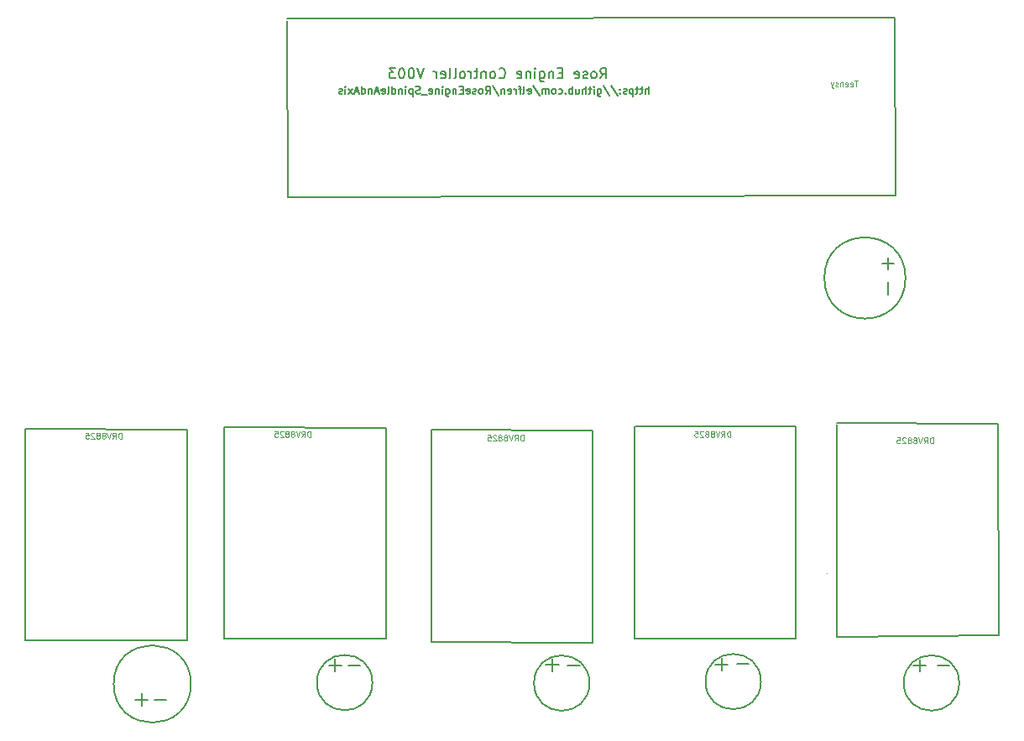
<source format=gbo>
G04 #@! TF.GenerationSoftware,KiCad,Pcbnew,(5.1.10)-1*
G04 #@! TF.CreationDate,2022-05-29T18:24:22-07:00*
G04 #@! TF.ProjectId,5Rose_030_Blue,35526f73-655f-4303-9330-5f426c75652e,rev?*
G04 #@! TF.SameCoordinates,Original*
G04 #@! TF.FileFunction,Legend,Bot*
G04 #@! TF.FilePolarity,Positive*
%FSLAX46Y46*%
G04 Gerber Fmt 4.6, Leading zero omitted, Abs format (unit mm)*
G04 Created by KiCad (PCBNEW (5.1.10)-1) date 2022-05-29 18:24:23*
%MOMM*%
%LPD*%
G01*
G04 APERTURE LIST*
%ADD10C,0.203200*%
%ADD11C,0.152400*%
%ADD12C,0.101600*%
%ADD13C,0.150000*%
%ADD14C,0.190500*%
G04 APERTURE END LIST*
D10*
X172787733Y-104612319D02*
X173126400Y-104128509D01*
X173368304Y-104612319D02*
X173368304Y-103596319D01*
X172981257Y-103596319D01*
X172884495Y-103644700D01*
X172836114Y-103693080D01*
X172787733Y-103789842D01*
X172787733Y-103934985D01*
X172836114Y-104031747D01*
X172884495Y-104080128D01*
X172981257Y-104128509D01*
X173368304Y-104128509D01*
X172207161Y-104612319D02*
X172303923Y-104563938D01*
X172352304Y-104515557D01*
X172400685Y-104418795D01*
X172400685Y-104128509D01*
X172352304Y-104031747D01*
X172303923Y-103983366D01*
X172207161Y-103934985D01*
X172062019Y-103934985D01*
X171965257Y-103983366D01*
X171916876Y-104031747D01*
X171868495Y-104128509D01*
X171868495Y-104418795D01*
X171916876Y-104515557D01*
X171965257Y-104563938D01*
X172062019Y-104612319D01*
X172207161Y-104612319D01*
X171481447Y-104563938D02*
X171384685Y-104612319D01*
X171191161Y-104612319D01*
X171094400Y-104563938D01*
X171046019Y-104467176D01*
X171046019Y-104418795D01*
X171094400Y-104322033D01*
X171191161Y-104273652D01*
X171336304Y-104273652D01*
X171433066Y-104225271D01*
X171481447Y-104128509D01*
X171481447Y-104080128D01*
X171433066Y-103983366D01*
X171336304Y-103934985D01*
X171191161Y-103934985D01*
X171094400Y-103983366D01*
X170223542Y-104563938D02*
X170320304Y-104612319D01*
X170513828Y-104612319D01*
X170610590Y-104563938D01*
X170658971Y-104467176D01*
X170658971Y-104080128D01*
X170610590Y-103983366D01*
X170513828Y-103934985D01*
X170320304Y-103934985D01*
X170223542Y-103983366D01*
X170175161Y-104080128D01*
X170175161Y-104176890D01*
X170658971Y-104273652D01*
X168965638Y-104080128D02*
X168626971Y-104080128D01*
X168481828Y-104612319D02*
X168965638Y-104612319D01*
X168965638Y-103596319D01*
X168481828Y-103596319D01*
X168046400Y-103934985D02*
X168046400Y-104612319D01*
X168046400Y-104031747D02*
X167998019Y-103983366D01*
X167901257Y-103934985D01*
X167756114Y-103934985D01*
X167659352Y-103983366D01*
X167610971Y-104080128D01*
X167610971Y-104612319D01*
X166691733Y-103934985D02*
X166691733Y-104757461D01*
X166740114Y-104854223D01*
X166788495Y-104902604D01*
X166885257Y-104950985D01*
X167030400Y-104950985D01*
X167127161Y-104902604D01*
X166691733Y-104563938D02*
X166788495Y-104612319D01*
X166982019Y-104612319D01*
X167078780Y-104563938D01*
X167127161Y-104515557D01*
X167175542Y-104418795D01*
X167175542Y-104128509D01*
X167127161Y-104031747D01*
X167078780Y-103983366D01*
X166982019Y-103934985D01*
X166788495Y-103934985D01*
X166691733Y-103983366D01*
X166207923Y-104612319D02*
X166207923Y-103934985D01*
X166207923Y-103596319D02*
X166256304Y-103644700D01*
X166207923Y-103693080D01*
X166159542Y-103644700D01*
X166207923Y-103596319D01*
X166207923Y-103693080D01*
X165724114Y-103934985D02*
X165724114Y-104612319D01*
X165724114Y-104031747D02*
X165675733Y-103983366D01*
X165578971Y-103934985D01*
X165433828Y-103934985D01*
X165337066Y-103983366D01*
X165288685Y-104080128D01*
X165288685Y-104612319D01*
X164417828Y-104563938D02*
X164514590Y-104612319D01*
X164708114Y-104612319D01*
X164804876Y-104563938D01*
X164853257Y-104467176D01*
X164853257Y-104080128D01*
X164804876Y-103983366D01*
X164708114Y-103934985D01*
X164514590Y-103934985D01*
X164417828Y-103983366D01*
X164369447Y-104080128D01*
X164369447Y-104176890D01*
X164853257Y-104273652D01*
X162579352Y-104515557D02*
X162627733Y-104563938D01*
X162772876Y-104612319D01*
X162869638Y-104612319D01*
X163014780Y-104563938D01*
X163111542Y-104467176D01*
X163159923Y-104370414D01*
X163208304Y-104176890D01*
X163208304Y-104031747D01*
X163159923Y-103838223D01*
X163111542Y-103741461D01*
X163014780Y-103644700D01*
X162869638Y-103596319D01*
X162772876Y-103596319D01*
X162627733Y-103644700D01*
X162579352Y-103693080D01*
X161998780Y-104612319D02*
X162095542Y-104563938D01*
X162143923Y-104515557D01*
X162192304Y-104418795D01*
X162192304Y-104128509D01*
X162143923Y-104031747D01*
X162095542Y-103983366D01*
X161998780Y-103934985D01*
X161853638Y-103934985D01*
X161756876Y-103983366D01*
X161708495Y-104031747D01*
X161660114Y-104128509D01*
X161660114Y-104418795D01*
X161708495Y-104515557D01*
X161756876Y-104563938D01*
X161853638Y-104612319D01*
X161998780Y-104612319D01*
X161224685Y-103934985D02*
X161224685Y-104612319D01*
X161224685Y-104031747D02*
X161176304Y-103983366D01*
X161079542Y-103934985D01*
X160934400Y-103934985D01*
X160837638Y-103983366D01*
X160789257Y-104080128D01*
X160789257Y-104612319D01*
X160450590Y-103934985D02*
X160063542Y-103934985D01*
X160305447Y-103596319D02*
X160305447Y-104467176D01*
X160257066Y-104563938D01*
X160160304Y-104612319D01*
X160063542Y-104612319D01*
X159724876Y-104612319D02*
X159724876Y-103934985D01*
X159724876Y-104128509D02*
X159676495Y-104031747D01*
X159628114Y-103983366D01*
X159531352Y-103934985D01*
X159434590Y-103934985D01*
X158950780Y-104612319D02*
X159047542Y-104563938D01*
X159095923Y-104515557D01*
X159144304Y-104418795D01*
X159144304Y-104128509D01*
X159095923Y-104031747D01*
X159047542Y-103983366D01*
X158950780Y-103934985D01*
X158805638Y-103934985D01*
X158708876Y-103983366D01*
X158660495Y-104031747D01*
X158612114Y-104128509D01*
X158612114Y-104418795D01*
X158660495Y-104515557D01*
X158708876Y-104563938D01*
X158805638Y-104612319D01*
X158950780Y-104612319D01*
X158031542Y-104612319D02*
X158128304Y-104563938D01*
X158176685Y-104467176D01*
X158176685Y-103596319D01*
X157499352Y-104612319D02*
X157596114Y-104563938D01*
X157644495Y-104467176D01*
X157644495Y-103596319D01*
X156725257Y-104563938D02*
X156822019Y-104612319D01*
X157015542Y-104612319D01*
X157112304Y-104563938D01*
X157160685Y-104467176D01*
X157160685Y-104080128D01*
X157112304Y-103983366D01*
X157015542Y-103934985D01*
X156822019Y-103934985D01*
X156725257Y-103983366D01*
X156676876Y-104080128D01*
X156676876Y-104176890D01*
X157160685Y-104273652D01*
X156241447Y-104612319D02*
X156241447Y-103934985D01*
X156241447Y-104128509D02*
X156193066Y-104031747D01*
X156144685Y-103983366D01*
X156047923Y-103934985D01*
X155951161Y-103934985D01*
X154983542Y-103596319D02*
X154644876Y-104612319D01*
X154306209Y-103596319D01*
X153774019Y-103596319D02*
X153677257Y-103596319D01*
X153580495Y-103644700D01*
X153532114Y-103693080D01*
X153483733Y-103789842D01*
X153435352Y-103983366D01*
X153435352Y-104225271D01*
X153483733Y-104418795D01*
X153532114Y-104515557D01*
X153580495Y-104563938D01*
X153677257Y-104612319D01*
X153774019Y-104612319D01*
X153870780Y-104563938D01*
X153919161Y-104515557D01*
X153967542Y-104418795D01*
X154015923Y-104225271D01*
X154015923Y-103983366D01*
X153967542Y-103789842D01*
X153919161Y-103693080D01*
X153870780Y-103644700D01*
X153774019Y-103596319D01*
X152806400Y-103596319D02*
X152709638Y-103596319D01*
X152612876Y-103644700D01*
X152564495Y-103693080D01*
X152516114Y-103789842D01*
X152467733Y-103983366D01*
X152467733Y-104225271D01*
X152516114Y-104418795D01*
X152564495Y-104515557D01*
X152612876Y-104563938D01*
X152709638Y-104612319D01*
X152806400Y-104612319D01*
X152903161Y-104563938D01*
X152951542Y-104515557D01*
X152999923Y-104418795D01*
X153048304Y-104225271D01*
X153048304Y-103983366D01*
X152999923Y-103789842D01*
X152951542Y-103693080D01*
X152903161Y-103644700D01*
X152806400Y-103596319D01*
X152129066Y-103596319D02*
X151500114Y-103596319D01*
X151838780Y-103983366D01*
X151693638Y-103983366D01*
X151596876Y-104031747D01*
X151548495Y-104080128D01*
X151500114Y-104176890D01*
X151500114Y-104418795D01*
X151548495Y-104515557D01*
X151596876Y-104563938D01*
X151693638Y-104612319D01*
X151983923Y-104612319D01*
X152080685Y-104563938D01*
X152129066Y-104515557D01*
D11*
X177654857Y-106186514D02*
X177654857Y-105424514D01*
X177328285Y-106186514D02*
X177328285Y-105787371D01*
X177364571Y-105714800D01*
X177437142Y-105678514D01*
X177546000Y-105678514D01*
X177618571Y-105714800D01*
X177654857Y-105751085D01*
X177074285Y-105678514D02*
X176784000Y-105678514D01*
X176965428Y-105424514D02*
X176965428Y-106077657D01*
X176929142Y-106150228D01*
X176856571Y-106186514D01*
X176784000Y-106186514D01*
X176638857Y-105678514D02*
X176348571Y-105678514D01*
X176530000Y-105424514D02*
X176530000Y-106077657D01*
X176493714Y-106150228D01*
X176421142Y-106186514D01*
X176348571Y-106186514D01*
X176094571Y-105678514D02*
X176094571Y-106440514D01*
X176094571Y-105714800D02*
X176022000Y-105678514D01*
X175876857Y-105678514D01*
X175804285Y-105714800D01*
X175768000Y-105751085D01*
X175731714Y-105823657D01*
X175731714Y-106041371D01*
X175768000Y-106113942D01*
X175804285Y-106150228D01*
X175876857Y-106186514D01*
X176022000Y-106186514D01*
X176094571Y-106150228D01*
X175441428Y-106150228D02*
X175368857Y-106186514D01*
X175223714Y-106186514D01*
X175151142Y-106150228D01*
X175114857Y-106077657D01*
X175114857Y-106041371D01*
X175151142Y-105968800D01*
X175223714Y-105932514D01*
X175332571Y-105932514D01*
X175405142Y-105896228D01*
X175441428Y-105823657D01*
X175441428Y-105787371D01*
X175405142Y-105714800D01*
X175332571Y-105678514D01*
X175223714Y-105678514D01*
X175151142Y-105714800D01*
X174788285Y-106113942D02*
X174752000Y-106150228D01*
X174788285Y-106186514D01*
X174824571Y-106150228D01*
X174788285Y-106113942D01*
X174788285Y-106186514D01*
X174788285Y-105714800D02*
X174752000Y-105751085D01*
X174788285Y-105787371D01*
X174824571Y-105751085D01*
X174788285Y-105714800D01*
X174788285Y-105787371D01*
X173881142Y-105388228D02*
X174534285Y-106367942D01*
X173082857Y-105388228D02*
X173736000Y-106367942D01*
X172502285Y-105678514D02*
X172502285Y-106295371D01*
X172538571Y-106367942D01*
X172574857Y-106404228D01*
X172647428Y-106440514D01*
X172756285Y-106440514D01*
X172828857Y-106404228D01*
X172502285Y-106150228D02*
X172574857Y-106186514D01*
X172720000Y-106186514D01*
X172792571Y-106150228D01*
X172828857Y-106113942D01*
X172865142Y-106041371D01*
X172865142Y-105823657D01*
X172828857Y-105751085D01*
X172792571Y-105714800D01*
X172720000Y-105678514D01*
X172574857Y-105678514D01*
X172502285Y-105714800D01*
X172139428Y-106186514D02*
X172139428Y-105678514D01*
X172139428Y-105424514D02*
X172175714Y-105460800D01*
X172139428Y-105497085D01*
X172103142Y-105460800D01*
X172139428Y-105424514D01*
X172139428Y-105497085D01*
X171885428Y-105678514D02*
X171595142Y-105678514D01*
X171776571Y-105424514D02*
X171776571Y-106077657D01*
X171740285Y-106150228D01*
X171667714Y-106186514D01*
X171595142Y-106186514D01*
X171341142Y-106186514D02*
X171341142Y-105424514D01*
X171014571Y-106186514D02*
X171014571Y-105787371D01*
X171050857Y-105714800D01*
X171123428Y-105678514D01*
X171232285Y-105678514D01*
X171304857Y-105714800D01*
X171341142Y-105751085D01*
X170325142Y-105678514D02*
X170325142Y-106186514D01*
X170651714Y-105678514D02*
X170651714Y-106077657D01*
X170615428Y-106150228D01*
X170542857Y-106186514D01*
X170434000Y-106186514D01*
X170361428Y-106150228D01*
X170325142Y-106113942D01*
X169962285Y-106186514D02*
X169962285Y-105424514D01*
X169962285Y-105714800D02*
X169889714Y-105678514D01*
X169744571Y-105678514D01*
X169672000Y-105714800D01*
X169635714Y-105751085D01*
X169599428Y-105823657D01*
X169599428Y-106041371D01*
X169635714Y-106113942D01*
X169672000Y-106150228D01*
X169744571Y-106186514D01*
X169889714Y-106186514D01*
X169962285Y-106150228D01*
X169272857Y-106113942D02*
X169236571Y-106150228D01*
X169272857Y-106186514D01*
X169309142Y-106150228D01*
X169272857Y-106113942D01*
X169272857Y-106186514D01*
X168583428Y-106150228D02*
X168656000Y-106186514D01*
X168801142Y-106186514D01*
X168873714Y-106150228D01*
X168910000Y-106113942D01*
X168946285Y-106041371D01*
X168946285Y-105823657D01*
X168910000Y-105751085D01*
X168873714Y-105714800D01*
X168801142Y-105678514D01*
X168656000Y-105678514D01*
X168583428Y-105714800D01*
X168148000Y-106186514D02*
X168220571Y-106150228D01*
X168256857Y-106113942D01*
X168293142Y-106041371D01*
X168293142Y-105823657D01*
X168256857Y-105751085D01*
X168220571Y-105714800D01*
X168148000Y-105678514D01*
X168039142Y-105678514D01*
X167966571Y-105714800D01*
X167930285Y-105751085D01*
X167894000Y-105823657D01*
X167894000Y-106041371D01*
X167930285Y-106113942D01*
X167966571Y-106150228D01*
X168039142Y-106186514D01*
X168148000Y-106186514D01*
X167567428Y-106186514D02*
X167567428Y-105678514D01*
X167567428Y-105751085D02*
X167531142Y-105714800D01*
X167458571Y-105678514D01*
X167349714Y-105678514D01*
X167277142Y-105714800D01*
X167240857Y-105787371D01*
X167240857Y-106186514D01*
X167240857Y-105787371D02*
X167204571Y-105714800D01*
X167132000Y-105678514D01*
X167023142Y-105678514D01*
X166950571Y-105714800D01*
X166914285Y-105787371D01*
X166914285Y-106186514D01*
X166007142Y-105388228D02*
X166660285Y-106367942D01*
X165462857Y-106150228D02*
X165535428Y-106186514D01*
X165680571Y-106186514D01*
X165753142Y-106150228D01*
X165789428Y-106077657D01*
X165789428Y-105787371D01*
X165753142Y-105714800D01*
X165680571Y-105678514D01*
X165535428Y-105678514D01*
X165462857Y-105714800D01*
X165426571Y-105787371D01*
X165426571Y-105859942D01*
X165789428Y-105932514D01*
X164991142Y-106186514D02*
X165063714Y-106150228D01*
X165100000Y-106077657D01*
X165100000Y-105424514D01*
X164809714Y-105678514D02*
X164519428Y-105678514D01*
X164700857Y-106186514D02*
X164700857Y-105533371D01*
X164664571Y-105460800D01*
X164592000Y-105424514D01*
X164519428Y-105424514D01*
X164265428Y-106186514D02*
X164265428Y-105678514D01*
X164265428Y-105823657D02*
X164229142Y-105751085D01*
X164192857Y-105714800D01*
X164120285Y-105678514D01*
X164047714Y-105678514D01*
X163503428Y-106150228D02*
X163576000Y-106186514D01*
X163721142Y-106186514D01*
X163793714Y-106150228D01*
X163830000Y-106077657D01*
X163830000Y-105787371D01*
X163793714Y-105714800D01*
X163721142Y-105678514D01*
X163576000Y-105678514D01*
X163503428Y-105714800D01*
X163467142Y-105787371D01*
X163467142Y-105859942D01*
X163830000Y-105932514D01*
X163140571Y-105678514D02*
X163140571Y-106186514D01*
X163140571Y-105751085D02*
X163104285Y-105714800D01*
X163031714Y-105678514D01*
X162922857Y-105678514D01*
X162850285Y-105714800D01*
X162814000Y-105787371D01*
X162814000Y-106186514D01*
X161906857Y-105388228D02*
X162560000Y-106367942D01*
X161217428Y-106186514D02*
X161471428Y-105823657D01*
X161652857Y-106186514D02*
X161652857Y-105424514D01*
X161362571Y-105424514D01*
X161290000Y-105460800D01*
X161253714Y-105497085D01*
X161217428Y-105569657D01*
X161217428Y-105678514D01*
X161253714Y-105751085D01*
X161290000Y-105787371D01*
X161362571Y-105823657D01*
X161652857Y-105823657D01*
X160782000Y-106186514D02*
X160854571Y-106150228D01*
X160890857Y-106113942D01*
X160927142Y-106041371D01*
X160927142Y-105823657D01*
X160890857Y-105751085D01*
X160854571Y-105714800D01*
X160782000Y-105678514D01*
X160673142Y-105678514D01*
X160600571Y-105714800D01*
X160564285Y-105751085D01*
X160528000Y-105823657D01*
X160528000Y-106041371D01*
X160564285Y-106113942D01*
X160600571Y-106150228D01*
X160673142Y-106186514D01*
X160782000Y-106186514D01*
X160237714Y-106150228D02*
X160165142Y-106186514D01*
X160020000Y-106186514D01*
X159947428Y-106150228D01*
X159911142Y-106077657D01*
X159911142Y-106041371D01*
X159947428Y-105968800D01*
X160020000Y-105932514D01*
X160128857Y-105932514D01*
X160201428Y-105896228D01*
X160237714Y-105823657D01*
X160237714Y-105787371D01*
X160201428Y-105714800D01*
X160128857Y-105678514D01*
X160020000Y-105678514D01*
X159947428Y-105714800D01*
X159294285Y-106150228D02*
X159366857Y-106186514D01*
X159512000Y-106186514D01*
X159584571Y-106150228D01*
X159620857Y-106077657D01*
X159620857Y-105787371D01*
X159584571Y-105714800D01*
X159512000Y-105678514D01*
X159366857Y-105678514D01*
X159294285Y-105714800D01*
X159258000Y-105787371D01*
X159258000Y-105859942D01*
X159620857Y-105932514D01*
X158931428Y-105787371D02*
X158677428Y-105787371D01*
X158568571Y-106186514D02*
X158931428Y-106186514D01*
X158931428Y-105424514D01*
X158568571Y-105424514D01*
X158242000Y-105678514D02*
X158242000Y-106186514D01*
X158242000Y-105751085D02*
X158205714Y-105714800D01*
X158133142Y-105678514D01*
X158024285Y-105678514D01*
X157951714Y-105714800D01*
X157915428Y-105787371D01*
X157915428Y-106186514D01*
X157226000Y-105678514D02*
X157226000Y-106295371D01*
X157262285Y-106367942D01*
X157298571Y-106404228D01*
X157371142Y-106440514D01*
X157480000Y-106440514D01*
X157552571Y-106404228D01*
X157226000Y-106150228D02*
X157298571Y-106186514D01*
X157443714Y-106186514D01*
X157516285Y-106150228D01*
X157552571Y-106113942D01*
X157588857Y-106041371D01*
X157588857Y-105823657D01*
X157552571Y-105751085D01*
X157516285Y-105714800D01*
X157443714Y-105678514D01*
X157298571Y-105678514D01*
X157226000Y-105714800D01*
X156863142Y-106186514D02*
X156863142Y-105678514D01*
X156863142Y-105424514D02*
X156899428Y-105460800D01*
X156863142Y-105497085D01*
X156826857Y-105460800D01*
X156863142Y-105424514D01*
X156863142Y-105497085D01*
X156500285Y-105678514D02*
X156500285Y-106186514D01*
X156500285Y-105751085D02*
X156464000Y-105714800D01*
X156391428Y-105678514D01*
X156282571Y-105678514D01*
X156210000Y-105714800D01*
X156173714Y-105787371D01*
X156173714Y-106186514D01*
X155520571Y-106150228D02*
X155593142Y-106186514D01*
X155738285Y-106186514D01*
X155810857Y-106150228D01*
X155847142Y-106077657D01*
X155847142Y-105787371D01*
X155810857Y-105714800D01*
X155738285Y-105678514D01*
X155593142Y-105678514D01*
X155520571Y-105714800D01*
X155484285Y-105787371D01*
X155484285Y-105859942D01*
X155847142Y-105932514D01*
X155339142Y-106259085D02*
X154758571Y-106259085D01*
X154613428Y-106150228D02*
X154504571Y-106186514D01*
X154323142Y-106186514D01*
X154250571Y-106150228D01*
X154214285Y-106113942D01*
X154178000Y-106041371D01*
X154178000Y-105968800D01*
X154214285Y-105896228D01*
X154250571Y-105859942D01*
X154323142Y-105823657D01*
X154468285Y-105787371D01*
X154540857Y-105751085D01*
X154577142Y-105714800D01*
X154613428Y-105642228D01*
X154613428Y-105569657D01*
X154577142Y-105497085D01*
X154540857Y-105460800D01*
X154468285Y-105424514D01*
X154286857Y-105424514D01*
X154178000Y-105460800D01*
X153851428Y-105678514D02*
X153851428Y-106440514D01*
X153851428Y-105714800D02*
X153778857Y-105678514D01*
X153633714Y-105678514D01*
X153561142Y-105714800D01*
X153524857Y-105751085D01*
X153488571Y-105823657D01*
X153488571Y-106041371D01*
X153524857Y-106113942D01*
X153561142Y-106150228D01*
X153633714Y-106186514D01*
X153778857Y-106186514D01*
X153851428Y-106150228D01*
X153162000Y-106186514D02*
X153162000Y-105678514D01*
X153162000Y-105424514D02*
X153198285Y-105460800D01*
X153162000Y-105497085D01*
X153125714Y-105460800D01*
X153162000Y-105424514D01*
X153162000Y-105497085D01*
X152799142Y-105678514D02*
X152799142Y-106186514D01*
X152799142Y-105751085D02*
X152762857Y-105714800D01*
X152690285Y-105678514D01*
X152581428Y-105678514D01*
X152508857Y-105714800D01*
X152472571Y-105787371D01*
X152472571Y-106186514D01*
X151783142Y-106186514D02*
X151783142Y-105424514D01*
X151783142Y-106150228D02*
X151855714Y-106186514D01*
X152000857Y-106186514D01*
X152073428Y-106150228D01*
X152109714Y-106113942D01*
X152146000Y-106041371D01*
X152146000Y-105823657D01*
X152109714Y-105751085D01*
X152073428Y-105714800D01*
X152000857Y-105678514D01*
X151855714Y-105678514D01*
X151783142Y-105714800D01*
X151311428Y-106186514D02*
X151384000Y-106150228D01*
X151420285Y-106077657D01*
X151420285Y-105424514D01*
X150730857Y-106150228D02*
X150803428Y-106186514D01*
X150948571Y-106186514D01*
X151021142Y-106150228D01*
X151057428Y-106077657D01*
X151057428Y-105787371D01*
X151021142Y-105714800D01*
X150948571Y-105678514D01*
X150803428Y-105678514D01*
X150730857Y-105714800D01*
X150694571Y-105787371D01*
X150694571Y-105859942D01*
X151057428Y-105932514D01*
X150404285Y-105968800D02*
X150041428Y-105968800D01*
X150476857Y-106186514D02*
X150222857Y-105424514D01*
X149968857Y-106186514D01*
X149714857Y-105678514D02*
X149714857Y-106186514D01*
X149714857Y-105751085D02*
X149678571Y-105714800D01*
X149606000Y-105678514D01*
X149497142Y-105678514D01*
X149424571Y-105714800D01*
X149388285Y-105787371D01*
X149388285Y-106186514D01*
X148698857Y-106186514D02*
X148698857Y-105424514D01*
X148698857Y-106150228D02*
X148771428Y-106186514D01*
X148916571Y-106186514D01*
X148989142Y-106150228D01*
X149025428Y-106113942D01*
X149061714Y-106041371D01*
X149061714Y-105823657D01*
X149025428Y-105751085D01*
X148989142Y-105714800D01*
X148916571Y-105678514D01*
X148771428Y-105678514D01*
X148698857Y-105714800D01*
X148372285Y-105968800D02*
X148009428Y-105968800D01*
X148444857Y-106186514D02*
X148190857Y-105424514D01*
X147936857Y-106186514D01*
X147755428Y-106186514D02*
X147356285Y-105678514D01*
X147755428Y-105678514D02*
X147356285Y-106186514D01*
X147066000Y-106186514D02*
X147066000Y-105678514D01*
X147066000Y-105424514D02*
X147102285Y-105460800D01*
X147066000Y-105497085D01*
X147029714Y-105460800D01*
X147066000Y-105424514D01*
X147066000Y-105497085D01*
X146739428Y-106150228D02*
X146666857Y-106186514D01*
X146521714Y-106186514D01*
X146449142Y-106150228D01*
X146412857Y-106077657D01*
X146412857Y-106041371D01*
X146449142Y-105968800D01*
X146521714Y-105932514D01*
X146630571Y-105932514D01*
X146703142Y-105896228D01*
X146739428Y-105823657D01*
X146739428Y-105787371D01*
X146703142Y-105714800D01*
X146630571Y-105678514D01*
X146521714Y-105678514D01*
X146449142Y-105714800D01*
D12*
X124502938Y-140967580D02*
X124502938Y-140383380D01*
X124363842Y-140383380D01*
X124280385Y-140411200D01*
X124224747Y-140466838D01*
X124196928Y-140522476D01*
X124169109Y-140633752D01*
X124169109Y-140717209D01*
X124196928Y-140828485D01*
X124224747Y-140884123D01*
X124280385Y-140939761D01*
X124363842Y-140967580D01*
X124502938Y-140967580D01*
X123584909Y-140967580D02*
X123779642Y-140689390D01*
X123918738Y-140967580D02*
X123918738Y-140383380D01*
X123696185Y-140383380D01*
X123640547Y-140411200D01*
X123612728Y-140439019D01*
X123584909Y-140494657D01*
X123584909Y-140578114D01*
X123612728Y-140633752D01*
X123640547Y-140661571D01*
X123696185Y-140689390D01*
X123918738Y-140689390D01*
X123417995Y-140383380D02*
X123223261Y-140967580D01*
X123028528Y-140383380D01*
X122750338Y-140633752D02*
X122805976Y-140605933D01*
X122833795Y-140578114D01*
X122861614Y-140522476D01*
X122861614Y-140494657D01*
X122833795Y-140439019D01*
X122805976Y-140411200D01*
X122750338Y-140383380D01*
X122639061Y-140383380D01*
X122583423Y-140411200D01*
X122555604Y-140439019D01*
X122527785Y-140494657D01*
X122527785Y-140522476D01*
X122555604Y-140578114D01*
X122583423Y-140605933D01*
X122639061Y-140633752D01*
X122750338Y-140633752D01*
X122805976Y-140661571D01*
X122833795Y-140689390D01*
X122861614Y-140745028D01*
X122861614Y-140856304D01*
X122833795Y-140911942D01*
X122805976Y-140939761D01*
X122750338Y-140967580D01*
X122639061Y-140967580D01*
X122583423Y-140939761D01*
X122555604Y-140911942D01*
X122527785Y-140856304D01*
X122527785Y-140745028D01*
X122555604Y-140689390D01*
X122583423Y-140661571D01*
X122639061Y-140633752D01*
X122193957Y-140633752D02*
X122249595Y-140605933D01*
X122277414Y-140578114D01*
X122305233Y-140522476D01*
X122305233Y-140494657D01*
X122277414Y-140439019D01*
X122249595Y-140411200D01*
X122193957Y-140383380D01*
X122082680Y-140383380D01*
X122027042Y-140411200D01*
X121999223Y-140439019D01*
X121971404Y-140494657D01*
X121971404Y-140522476D01*
X121999223Y-140578114D01*
X122027042Y-140605933D01*
X122082680Y-140633752D01*
X122193957Y-140633752D01*
X122249595Y-140661571D01*
X122277414Y-140689390D01*
X122305233Y-140745028D01*
X122305233Y-140856304D01*
X122277414Y-140911942D01*
X122249595Y-140939761D01*
X122193957Y-140967580D01*
X122082680Y-140967580D01*
X122027042Y-140939761D01*
X121999223Y-140911942D01*
X121971404Y-140856304D01*
X121971404Y-140745028D01*
X121999223Y-140689390D01*
X122027042Y-140661571D01*
X122082680Y-140633752D01*
X121748852Y-140439019D02*
X121721033Y-140411200D01*
X121665395Y-140383380D01*
X121526300Y-140383380D01*
X121470661Y-140411200D01*
X121442842Y-140439019D01*
X121415023Y-140494657D01*
X121415023Y-140550295D01*
X121442842Y-140633752D01*
X121776671Y-140967580D01*
X121415023Y-140967580D01*
X120886461Y-140383380D02*
X121164652Y-140383380D01*
X121192471Y-140661571D01*
X121164652Y-140633752D01*
X121109014Y-140605933D01*
X120969919Y-140605933D01*
X120914280Y-140633752D01*
X120886461Y-140661571D01*
X120858642Y-140717209D01*
X120858642Y-140856304D01*
X120886461Y-140911942D01*
X120914280Y-140939761D01*
X120969919Y-140967580D01*
X121109014Y-140967580D01*
X121164652Y-140939761D01*
X121192471Y-140911942D01*
D13*
X151168100Y-139865100D02*
X151142700Y-161124900D01*
X134810500Y-161163000D02*
X134810500Y-139865100D01*
X134848600Y-139827000D02*
X151168100Y-139865100D01*
X151142700Y-161124900D02*
X134810500Y-161163000D01*
D14*
X127165100Y-167297100D02*
X125895100Y-167297100D01*
X126504700Y-166662100D02*
X126504700Y-167932100D01*
X127787400Y-167309800D02*
X129006600Y-167309800D01*
D13*
X131496131Y-165722300D02*
G75*
G03*
X131496131Y-165722300I-3899231J0D01*
G01*
D14*
X147332700Y-163842700D02*
X148551900Y-163842700D01*
X169506900Y-163830000D02*
X170726100Y-163830000D01*
X186575700Y-163703000D02*
X187794900Y-163703000D01*
X206768700Y-163868100D02*
X207987900Y-163868100D01*
X201841100Y-126415800D02*
X201841100Y-125196599D01*
D12*
X143565638Y-140802480D02*
X143565638Y-140218280D01*
X143426542Y-140218280D01*
X143343085Y-140246100D01*
X143287447Y-140301738D01*
X143259628Y-140357376D01*
X143231809Y-140468652D01*
X143231809Y-140552109D01*
X143259628Y-140663385D01*
X143287447Y-140719023D01*
X143343085Y-140774661D01*
X143426542Y-140802480D01*
X143565638Y-140802480D01*
X142647609Y-140802480D02*
X142842342Y-140524290D01*
X142981438Y-140802480D02*
X142981438Y-140218280D01*
X142758885Y-140218280D01*
X142703247Y-140246100D01*
X142675428Y-140273919D01*
X142647609Y-140329557D01*
X142647609Y-140413014D01*
X142675428Y-140468652D01*
X142703247Y-140496471D01*
X142758885Y-140524290D01*
X142981438Y-140524290D01*
X142480695Y-140218280D02*
X142285961Y-140802480D01*
X142091228Y-140218280D01*
X141813038Y-140468652D02*
X141868676Y-140440833D01*
X141896495Y-140413014D01*
X141924314Y-140357376D01*
X141924314Y-140329557D01*
X141896495Y-140273919D01*
X141868676Y-140246100D01*
X141813038Y-140218280D01*
X141701761Y-140218280D01*
X141646123Y-140246100D01*
X141618304Y-140273919D01*
X141590485Y-140329557D01*
X141590485Y-140357376D01*
X141618304Y-140413014D01*
X141646123Y-140440833D01*
X141701761Y-140468652D01*
X141813038Y-140468652D01*
X141868676Y-140496471D01*
X141896495Y-140524290D01*
X141924314Y-140579928D01*
X141924314Y-140691204D01*
X141896495Y-140746842D01*
X141868676Y-140774661D01*
X141813038Y-140802480D01*
X141701761Y-140802480D01*
X141646123Y-140774661D01*
X141618304Y-140746842D01*
X141590485Y-140691204D01*
X141590485Y-140579928D01*
X141618304Y-140524290D01*
X141646123Y-140496471D01*
X141701761Y-140468652D01*
X141256657Y-140468652D02*
X141312295Y-140440833D01*
X141340114Y-140413014D01*
X141367933Y-140357376D01*
X141367933Y-140329557D01*
X141340114Y-140273919D01*
X141312295Y-140246100D01*
X141256657Y-140218280D01*
X141145380Y-140218280D01*
X141089742Y-140246100D01*
X141061923Y-140273919D01*
X141034104Y-140329557D01*
X141034104Y-140357376D01*
X141061923Y-140413014D01*
X141089742Y-140440833D01*
X141145380Y-140468652D01*
X141256657Y-140468652D01*
X141312295Y-140496471D01*
X141340114Y-140524290D01*
X141367933Y-140579928D01*
X141367933Y-140691204D01*
X141340114Y-140746842D01*
X141312295Y-140774661D01*
X141256657Y-140802480D01*
X141145380Y-140802480D01*
X141089742Y-140774661D01*
X141061923Y-140746842D01*
X141034104Y-140691204D01*
X141034104Y-140579928D01*
X141061923Y-140524290D01*
X141089742Y-140496471D01*
X141145380Y-140468652D01*
X140811552Y-140273919D02*
X140783733Y-140246100D01*
X140728095Y-140218280D01*
X140589000Y-140218280D01*
X140533361Y-140246100D01*
X140505542Y-140273919D01*
X140477723Y-140329557D01*
X140477723Y-140385195D01*
X140505542Y-140468652D01*
X140839371Y-140802480D01*
X140477723Y-140802480D01*
X139949161Y-140218280D02*
X140227352Y-140218280D01*
X140255171Y-140496471D01*
X140227352Y-140468652D01*
X140171714Y-140440833D01*
X140032619Y-140440833D01*
X139976980Y-140468652D01*
X139949161Y-140496471D01*
X139921342Y-140552109D01*
X139921342Y-140691204D01*
X139949161Y-140746842D01*
X139976980Y-140774661D01*
X140032619Y-140802480D01*
X140171714Y-140802480D01*
X140227352Y-140774661D01*
X140255171Y-140746842D01*
X165041338Y-141183480D02*
X165041338Y-140599280D01*
X164902242Y-140599280D01*
X164818785Y-140627100D01*
X164763147Y-140682738D01*
X164735328Y-140738376D01*
X164707509Y-140849652D01*
X164707509Y-140933109D01*
X164735328Y-141044385D01*
X164763147Y-141100023D01*
X164818785Y-141155661D01*
X164902242Y-141183480D01*
X165041338Y-141183480D01*
X164123309Y-141183480D02*
X164318042Y-140905290D01*
X164457138Y-141183480D02*
X164457138Y-140599280D01*
X164234585Y-140599280D01*
X164178947Y-140627100D01*
X164151128Y-140654919D01*
X164123309Y-140710557D01*
X164123309Y-140794014D01*
X164151128Y-140849652D01*
X164178947Y-140877471D01*
X164234585Y-140905290D01*
X164457138Y-140905290D01*
X163956395Y-140599280D02*
X163761661Y-141183480D01*
X163566928Y-140599280D01*
X163288738Y-140849652D02*
X163344376Y-140821833D01*
X163372195Y-140794014D01*
X163400014Y-140738376D01*
X163400014Y-140710557D01*
X163372195Y-140654919D01*
X163344376Y-140627100D01*
X163288738Y-140599280D01*
X163177461Y-140599280D01*
X163121823Y-140627100D01*
X163094004Y-140654919D01*
X163066185Y-140710557D01*
X163066185Y-140738376D01*
X163094004Y-140794014D01*
X163121823Y-140821833D01*
X163177461Y-140849652D01*
X163288738Y-140849652D01*
X163344376Y-140877471D01*
X163372195Y-140905290D01*
X163400014Y-140960928D01*
X163400014Y-141072204D01*
X163372195Y-141127842D01*
X163344376Y-141155661D01*
X163288738Y-141183480D01*
X163177461Y-141183480D01*
X163121823Y-141155661D01*
X163094004Y-141127842D01*
X163066185Y-141072204D01*
X163066185Y-140960928D01*
X163094004Y-140905290D01*
X163121823Y-140877471D01*
X163177461Y-140849652D01*
X162732357Y-140849652D02*
X162787995Y-140821833D01*
X162815814Y-140794014D01*
X162843633Y-140738376D01*
X162843633Y-140710557D01*
X162815814Y-140654919D01*
X162787995Y-140627100D01*
X162732357Y-140599280D01*
X162621080Y-140599280D01*
X162565442Y-140627100D01*
X162537623Y-140654919D01*
X162509804Y-140710557D01*
X162509804Y-140738376D01*
X162537623Y-140794014D01*
X162565442Y-140821833D01*
X162621080Y-140849652D01*
X162732357Y-140849652D01*
X162787995Y-140877471D01*
X162815814Y-140905290D01*
X162843633Y-140960928D01*
X162843633Y-141072204D01*
X162815814Y-141127842D01*
X162787995Y-141155661D01*
X162732357Y-141183480D01*
X162621080Y-141183480D01*
X162565442Y-141155661D01*
X162537623Y-141127842D01*
X162509804Y-141072204D01*
X162509804Y-140960928D01*
X162537623Y-140905290D01*
X162565442Y-140877471D01*
X162621080Y-140849652D01*
X162287252Y-140654919D02*
X162259433Y-140627100D01*
X162203795Y-140599280D01*
X162064700Y-140599280D01*
X162009061Y-140627100D01*
X161981242Y-140654919D01*
X161953423Y-140710557D01*
X161953423Y-140766195D01*
X161981242Y-140849652D01*
X162315071Y-141183480D01*
X161953423Y-141183480D01*
X161424861Y-140599280D02*
X161703052Y-140599280D01*
X161730871Y-140877471D01*
X161703052Y-140849652D01*
X161647414Y-140821833D01*
X161508319Y-140821833D01*
X161452680Y-140849652D01*
X161424861Y-140877471D01*
X161397042Y-140933109D01*
X161397042Y-141072204D01*
X161424861Y-141127842D01*
X161452680Y-141155661D01*
X161508319Y-141183480D01*
X161647414Y-141183480D01*
X161703052Y-141155661D01*
X161730871Y-141127842D01*
X185920138Y-140802480D02*
X185920138Y-140218280D01*
X185781042Y-140218280D01*
X185697585Y-140246100D01*
X185641947Y-140301738D01*
X185614128Y-140357376D01*
X185586309Y-140468652D01*
X185586309Y-140552109D01*
X185614128Y-140663385D01*
X185641947Y-140719023D01*
X185697585Y-140774661D01*
X185781042Y-140802480D01*
X185920138Y-140802480D01*
X185002109Y-140802480D02*
X185196842Y-140524290D01*
X185335938Y-140802480D02*
X185335938Y-140218280D01*
X185113385Y-140218280D01*
X185057747Y-140246100D01*
X185029928Y-140273919D01*
X185002109Y-140329557D01*
X185002109Y-140413014D01*
X185029928Y-140468652D01*
X185057747Y-140496471D01*
X185113385Y-140524290D01*
X185335938Y-140524290D01*
X184835195Y-140218280D02*
X184640461Y-140802480D01*
X184445728Y-140218280D01*
X184167538Y-140468652D02*
X184223176Y-140440833D01*
X184250995Y-140413014D01*
X184278814Y-140357376D01*
X184278814Y-140329557D01*
X184250995Y-140273919D01*
X184223176Y-140246100D01*
X184167538Y-140218280D01*
X184056261Y-140218280D01*
X184000623Y-140246100D01*
X183972804Y-140273919D01*
X183944985Y-140329557D01*
X183944985Y-140357376D01*
X183972804Y-140413014D01*
X184000623Y-140440833D01*
X184056261Y-140468652D01*
X184167538Y-140468652D01*
X184223176Y-140496471D01*
X184250995Y-140524290D01*
X184278814Y-140579928D01*
X184278814Y-140691204D01*
X184250995Y-140746842D01*
X184223176Y-140774661D01*
X184167538Y-140802480D01*
X184056261Y-140802480D01*
X184000623Y-140774661D01*
X183972804Y-140746842D01*
X183944985Y-140691204D01*
X183944985Y-140579928D01*
X183972804Y-140524290D01*
X184000623Y-140496471D01*
X184056261Y-140468652D01*
X183611157Y-140468652D02*
X183666795Y-140440833D01*
X183694614Y-140413014D01*
X183722433Y-140357376D01*
X183722433Y-140329557D01*
X183694614Y-140273919D01*
X183666795Y-140246100D01*
X183611157Y-140218280D01*
X183499880Y-140218280D01*
X183444242Y-140246100D01*
X183416423Y-140273919D01*
X183388604Y-140329557D01*
X183388604Y-140357376D01*
X183416423Y-140413014D01*
X183444242Y-140440833D01*
X183499880Y-140468652D01*
X183611157Y-140468652D01*
X183666795Y-140496471D01*
X183694614Y-140524290D01*
X183722433Y-140579928D01*
X183722433Y-140691204D01*
X183694614Y-140746842D01*
X183666795Y-140774661D01*
X183611157Y-140802480D01*
X183499880Y-140802480D01*
X183444242Y-140774661D01*
X183416423Y-140746842D01*
X183388604Y-140691204D01*
X183388604Y-140579928D01*
X183416423Y-140524290D01*
X183444242Y-140496471D01*
X183499880Y-140468652D01*
X183166052Y-140273919D02*
X183138233Y-140246100D01*
X183082595Y-140218280D01*
X182943500Y-140218280D01*
X182887861Y-140246100D01*
X182860042Y-140273919D01*
X182832223Y-140329557D01*
X182832223Y-140385195D01*
X182860042Y-140468652D01*
X183193871Y-140802480D01*
X182832223Y-140802480D01*
X182303661Y-140218280D02*
X182581852Y-140218280D01*
X182609671Y-140496471D01*
X182581852Y-140468652D01*
X182526214Y-140440833D01*
X182387119Y-140440833D01*
X182331480Y-140468652D01*
X182303661Y-140496471D01*
X182275842Y-140552109D01*
X182275842Y-140691204D01*
X182303661Y-140746842D01*
X182331480Y-140774661D01*
X182387119Y-140802480D01*
X182526214Y-140802480D01*
X182581852Y-140774661D01*
X182609671Y-140746842D01*
X206341738Y-141450180D02*
X206341738Y-140865980D01*
X206202642Y-140865980D01*
X206119185Y-140893800D01*
X206063547Y-140949438D01*
X206035728Y-141005076D01*
X206007909Y-141116352D01*
X206007909Y-141199809D01*
X206035728Y-141311085D01*
X206063547Y-141366723D01*
X206119185Y-141422361D01*
X206202642Y-141450180D01*
X206341738Y-141450180D01*
X205423709Y-141450180D02*
X205618442Y-141171990D01*
X205757538Y-141450180D02*
X205757538Y-140865980D01*
X205534985Y-140865980D01*
X205479347Y-140893800D01*
X205451528Y-140921619D01*
X205423709Y-140977257D01*
X205423709Y-141060714D01*
X205451528Y-141116352D01*
X205479347Y-141144171D01*
X205534985Y-141171990D01*
X205757538Y-141171990D01*
X205256795Y-140865980D02*
X205062061Y-141450180D01*
X204867328Y-140865980D01*
X204589138Y-141116352D02*
X204644776Y-141088533D01*
X204672595Y-141060714D01*
X204700414Y-141005076D01*
X204700414Y-140977257D01*
X204672595Y-140921619D01*
X204644776Y-140893800D01*
X204589138Y-140865980D01*
X204477861Y-140865980D01*
X204422223Y-140893800D01*
X204394404Y-140921619D01*
X204366585Y-140977257D01*
X204366585Y-141005076D01*
X204394404Y-141060714D01*
X204422223Y-141088533D01*
X204477861Y-141116352D01*
X204589138Y-141116352D01*
X204644776Y-141144171D01*
X204672595Y-141171990D01*
X204700414Y-141227628D01*
X204700414Y-141338904D01*
X204672595Y-141394542D01*
X204644776Y-141422361D01*
X204589138Y-141450180D01*
X204477861Y-141450180D01*
X204422223Y-141422361D01*
X204394404Y-141394542D01*
X204366585Y-141338904D01*
X204366585Y-141227628D01*
X204394404Y-141171990D01*
X204422223Y-141144171D01*
X204477861Y-141116352D01*
X204032757Y-141116352D02*
X204088395Y-141088533D01*
X204116214Y-141060714D01*
X204144033Y-141005076D01*
X204144033Y-140977257D01*
X204116214Y-140921619D01*
X204088395Y-140893800D01*
X204032757Y-140865980D01*
X203921480Y-140865980D01*
X203865842Y-140893800D01*
X203838023Y-140921619D01*
X203810204Y-140977257D01*
X203810204Y-141005076D01*
X203838023Y-141060714D01*
X203865842Y-141088533D01*
X203921480Y-141116352D01*
X204032757Y-141116352D01*
X204088395Y-141144171D01*
X204116214Y-141171990D01*
X204144033Y-141227628D01*
X204144033Y-141338904D01*
X204116214Y-141394542D01*
X204088395Y-141422361D01*
X204032757Y-141450180D01*
X203921480Y-141450180D01*
X203865842Y-141422361D01*
X203838023Y-141394542D01*
X203810204Y-141338904D01*
X203810204Y-141227628D01*
X203838023Y-141171990D01*
X203865842Y-141144171D01*
X203921480Y-141116352D01*
X203587652Y-140921619D02*
X203559833Y-140893800D01*
X203504195Y-140865980D01*
X203365100Y-140865980D01*
X203309461Y-140893800D01*
X203281642Y-140921619D01*
X203253823Y-140977257D01*
X203253823Y-141032895D01*
X203281642Y-141116352D01*
X203615471Y-141450180D01*
X203253823Y-141450180D01*
X202725261Y-140865980D02*
X203003452Y-140865980D01*
X203031271Y-141144171D01*
X203003452Y-141116352D01*
X202947814Y-141088533D01*
X202808719Y-141088533D01*
X202753080Y-141116352D01*
X202725261Y-141144171D01*
X202697442Y-141199809D01*
X202697442Y-141338904D01*
X202725261Y-141394542D01*
X202753080Y-141422361D01*
X202808719Y-141450180D01*
X202947814Y-141450180D01*
X203003452Y-141422361D01*
X203031271Y-141394542D01*
X198774352Y-104861480D02*
X198440523Y-104861480D01*
X198607438Y-105445680D02*
X198607438Y-104861480D01*
X198023238Y-105417861D02*
X198078876Y-105445680D01*
X198190152Y-105445680D01*
X198245790Y-105417861D01*
X198273609Y-105362223D01*
X198273609Y-105139671D01*
X198245790Y-105084033D01*
X198190152Y-105056214D01*
X198078876Y-105056214D01*
X198023238Y-105084033D01*
X197995419Y-105139671D01*
X197995419Y-105195309D01*
X198273609Y-105250947D01*
X197522495Y-105417861D02*
X197578133Y-105445680D01*
X197689409Y-105445680D01*
X197745047Y-105417861D01*
X197772866Y-105362223D01*
X197772866Y-105139671D01*
X197745047Y-105084033D01*
X197689409Y-105056214D01*
X197578133Y-105056214D01*
X197522495Y-105084033D01*
X197494676Y-105139671D01*
X197494676Y-105195309D01*
X197772866Y-105250947D01*
X197244304Y-105056214D02*
X197244304Y-105445680D01*
X197244304Y-105111852D02*
X197216485Y-105084033D01*
X197160847Y-105056214D01*
X197077390Y-105056214D01*
X197021752Y-105084033D01*
X196993933Y-105139671D01*
X196993933Y-105445680D01*
X196743561Y-105417861D02*
X196687923Y-105445680D01*
X196576647Y-105445680D01*
X196521009Y-105417861D01*
X196493190Y-105362223D01*
X196493190Y-105334404D01*
X196521009Y-105278766D01*
X196576647Y-105250947D01*
X196660104Y-105250947D01*
X196715742Y-105223128D01*
X196743561Y-105167490D01*
X196743561Y-105139671D01*
X196715742Y-105084033D01*
X196660104Y-105056214D01*
X196576647Y-105056214D01*
X196521009Y-105084033D01*
X196298457Y-105056214D02*
X196159361Y-105445680D01*
X196020266Y-105056214D02*
X196159361Y-105445680D01*
X196215000Y-105584776D01*
X196242819Y-105612595D01*
X196298457Y-105640414D01*
D13*
X203571080Y-124764800D02*
G75*
G03*
X203571080Y-124764800I-4092180J0D01*
G01*
X149796500Y-165582600D02*
G75*
G03*
X149796500Y-165582600I-2794000J0D01*
G01*
X171691300Y-165633400D02*
G75*
G03*
X171691300Y-165633400I-2794000J0D01*
G01*
X188988700Y-165481000D02*
G75*
G03*
X188988700Y-165481000I-2794000J0D01*
G01*
X208991200Y-165620700D02*
G75*
G03*
X208991200Y-165620700I-2794000J0D01*
G01*
X196646800Y-160972500D02*
X196608700Y-139534900D01*
X213004400Y-160794700D02*
X196646800Y-160972500D01*
X212902800Y-139458700D02*
X213004400Y-160794700D01*
X196608700Y-139420600D02*
X212902800Y-139458700D01*
X192519300Y-139763500D02*
X176301400Y-139763500D01*
X192506600Y-161163000D02*
X192519300Y-139763500D01*
X176250600Y-161163000D02*
X192506600Y-161163000D01*
X176212500Y-139687300D02*
X176250600Y-161163000D01*
X172046900Y-140182600D02*
X155727400Y-140068300D01*
X172021500Y-161544000D02*
X172046900Y-140182600D01*
X155765500Y-161518600D02*
X172021500Y-161544000D01*
X155765500Y-140144500D02*
X155765500Y-161518600D01*
X114769900Y-161328100D02*
X114769900Y-140030200D01*
X131102100Y-161290000D02*
X114769900Y-161328100D01*
X131127500Y-140030200D02*
X131102100Y-161290000D01*
X114808000Y-139992100D02*
X131127500Y-140030200D01*
X202526900Y-98526600D02*
X141160500Y-98602800D01*
X202552300Y-116471700D02*
X202526900Y-98526600D01*
X141262100Y-116598700D02*
X202552300Y-116471700D01*
X141198600Y-98844100D02*
X141262100Y-116598700D01*
D14*
X201828400Y-122707400D02*
X201828400Y-123901200D01*
X201193400Y-123342400D02*
X202412600Y-123342400D01*
D12*
X195605400Y-154533600D02*
X195605400Y-154508200D01*
D14*
X204381100Y-163893500D02*
X205600300Y-163893500D01*
X205003400Y-163271200D02*
X205003400Y-164465000D01*
X184404000Y-163741100D02*
X185674000Y-163741100D01*
X185039000Y-163131500D02*
X185039000Y-164350700D01*
X167309800Y-163804600D02*
X168605200Y-163804600D01*
X167957500Y-163207700D02*
X167957500Y-164426900D01*
X146710400Y-163830000D02*
X145440400Y-163830000D01*
X146050000Y-163195000D02*
X146050000Y-164465000D01*
M02*

</source>
